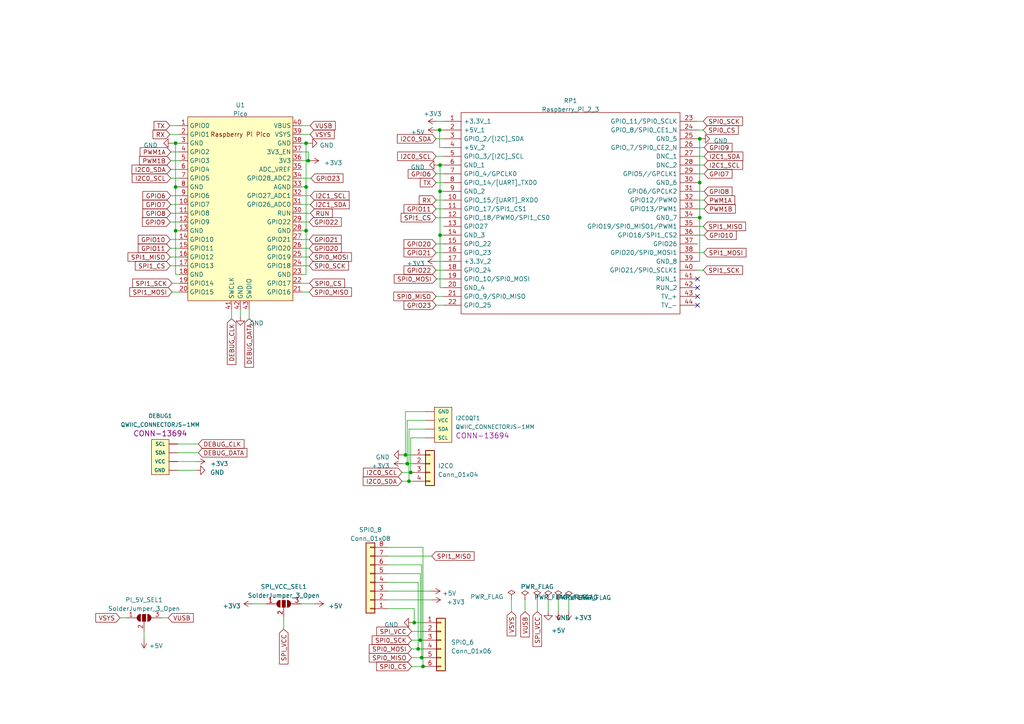
<source format=kicad_sch>
(kicad_sch (version 20230121) (generator eeschema)
  (paper "A4")
  (title_block (title "Chocolate Croissant") (date "2023-04-07") (rev "v0.1") (company "Robotika") (comment 1 "Jan Lindblom"))
  (lib_symbols
    (symbol "Connector_Generic:Conn_01x04" (pin_names (offset 1.016) hide)
      (property "Reference" "J" (at 0 5.08 0))
      (property "Value" "Conn_01x04" (at 0 -7.62 0))
      (symbol "Conn_01x04_1_1"
        (rectangle (start -1.27 -4.953) (end 0 -5.207) (stroke (width 0.1524)))
        (rectangle (start -1.27 -2.413) (end 0 -2.667) (stroke (width 0.1524)))
        (rectangle (start -1.27 0.127) (end 0 -0.127) (stroke (width 0.1524)))
        (rectangle (start -1.27 2.667) (end 0 2.413) (stroke (width 0.1524)))
        (rectangle (start -1.27 3.81) (end 1.27 -6.35) (stroke (width 0.254)) (fill (type background)))
        (pin passive line (at -5.08 2.54 0) (length 3.81) (name "Pin_1") (number "1"))
        (pin passive line (at -5.08 0 0) (length 3.81) (name "Pin_2") (number "2"))
        (pin passive line (at -5.08 -2.54 0) (length 3.81) (name "Pin_3") (number "3"))
        (pin passive line (at -5.08 -5.08 0) (length 3.81) (name "Pin_4") (number "4"))
      )
    )
    (symbol "Connector_Generic:Conn_01x06" (pin_names (offset 1.016) hide)
      (property "Reference" "J" (at 0 7.62 0))
      (property "Value" "Conn_01x06" (at 0 -10.16 0))
      (symbol "Conn_01x06_1_1"
        (rectangle (start -1.27 -7.493) (end 0 -7.747) (stroke (width 0.1524)))
        (rectangle (start -1.27 -4.953) (end 0 -5.207) (stroke (width 0.1524)))
        (rectangle (start -1.27 -2.413) (end 0 -2.667) (stroke (width 0.1524)))
        (rectangle (start -1.27 0.127) (end 0 -0.127) (stroke (width 0.1524)))
        (rectangle (start -1.27 2.667) (end 0 2.413) (stroke (width 0.1524)))
        (rectangle (start -1.27 5.207) (end 0 4.953) (stroke (width 0.1524)))
        (rectangle (start -1.27 6.35) (end 1.27 -8.89) (stroke (width 0.254)) (fill (type background)))
        (pin passive line (at -5.08 5.08 0) (length 3.81) (name "Pin_1") (number "1"))
        (pin passive line (at -5.08 2.54 0) (length 3.81) (name "Pin_2") (number "2"))
        (pin passive line (at -5.08 0 0) (length 3.81) (name "Pin_3") (number "3"))
        (pin passive line (at -5.08 -2.54 0) (length 3.81) (name "Pin_4") (number "4"))
        (pin passive line (at -5.08 -5.08 0) (length 3.81) (name "Pin_5") (number "5"))
        (pin passive line (at -5.08 -7.62 0) (length 3.81) (name "Pin_6") (number "6"))
      )
    )
    (symbol "Connector_Generic:Conn_01x08" (pin_names (offset 1.016) hide)
      (property "Reference" "J" (at 0 10.16 0))
      (property "Value" "Conn_01x08" (at 0 -12.7 0))
      (symbol "Conn_01x08_1_1"
        (rectangle (start -1.27 -10.033) (end 0 -10.287) (stroke (width 0.1524)))
        (rectangle (start -1.27 -7.493) (end 0 -7.747) (stroke (width 0.1524)))
        (rectangle (start -1.27 -4.953) (end 0 -5.207) (stroke (width 0.1524)))
        (rectangle (start -1.27 -2.413) (end 0 -2.667) (stroke (width 0.1524)))
        (rectangle (start -1.27 0.127) (end 0 -0.127) (stroke (width 0.1524)))
        (rectangle (start -1.27 2.667) (end 0 2.413) (stroke (width 0.1524)))
        (rectangle (start -1.27 5.207) (end 0 4.953) (stroke (width 0.1524)))
        (rectangle (start -1.27 7.747) (end 0 7.493) (stroke (width 0.1524)))
        (rectangle (start -1.27 8.89) (end 1.27 -11.43) (stroke (width 0.254)) (fill (type background)))
        (pin passive line (at -5.08 7.62 0) (length 3.81) (name "Pin_1") (number "1"))
        (pin passive line (at -5.08 5.08 0) (length 3.81) (name "Pin_2") (number "2"))
        (pin passive line (at -5.08 2.54 0) (length 3.81) (name "Pin_3") (number "3"))
        (pin passive line (at -5.08 0 0) (length 3.81) (name "Pin_4") (number "4"))
        (pin passive line (at -5.08 -2.54 0) (length 3.81) (name "Pin_5") (number "5"))
        (pin passive line (at -5.08 -5.08 0) (length 3.81) (name "Pin_6") (number "6"))
        (pin passive line (at -5.08 -7.62 0) (length 3.81) (name "Pin_7") (number "7"))
        (pin passive line (at -5.08 -10.16 0) (length 3.81) (name "Pin_8") (number "8"))
      )
    )
    (symbol "Jumper:SolderJumper_3_Open" (pin_names (offset 0) hide)
      (property "Reference" "JP" (at -2.54 -2.54 0))
      (property "Value" "SolderJumper_3_Open" (at 0 2.794 0))
      (symbol "SolderJumper_3_Open_0_1"
        (arc (start -1.016 1.016) (mid -2.0276 0) (end -1.016 -1.016))
        (arc (start -1.016 1.016) (mid -2.0276 0) (end -1.016 -1.016) (fill (type outline)))
        (rectangle (start -0.508 1.016) (end 0.508 -1.016) (fill (type outline)))
        (polyline (pts (xy -2.54 0) (xy -2.032 0)))
        (polyline (pts (xy -1.016 1.016) (xy -1.016 -1.016)))
        (polyline (pts (xy 0 -1.27) (xy 0 -1.016)))
        (polyline (pts (xy 1.016 1.016) (xy 1.016 -1.016)))
        (polyline (pts (xy 2.54 0) (xy 2.032 0)))
        (arc (start 1.016 -1.016) (mid 2.0276 0) (end 1.016 1.016))
        (arc (start 1.016 -1.016) (mid 2.0276 0) (end 1.016 1.016) (fill (type outline)))
      )
      (symbol "SolderJumper_3_Open_1_1"
        (pin passive line (at -5.08 0 0) (length 2.54) (name "A") (number "1"))
        (pin passive line (at 0 -3.81 90) (length 2.54) (name "C") (number "2"))
        (pin passive line (at 5.08 0 180) (length 2.54) (name "B") (number "3"))
      )
    )
    (symbol "SparkFun-Connectors:QWIIC_CONNECTORJS-1MM" (pin_numbers hide) (pin_names (offset 1.016))
      (property "Reference" "J" (at -5.08 10.16 0))
      (property "Value" "QWIIC_CONNECTORJS-1MM" (at -5.08 -3.81 0))
      (property "Field4" "CONN-13694" (at 0 13.97 0))
      (symbol "QWIIC_CONNECTORJS-1MM_1_0"
        (rectangle (start 0 -1.27) (end -5.08 8.89) (fill (type background)))
      )
      (symbol "QWIIC_CONNECTORJS-1MM_1_1"
        (pin power_in line (at 2.54 0 180) (length 2.54) (name "GND") (number "1"))
        (pin power_in line (at 2.54 2.54 180) (length 2.54) (name "VCC") (number "2"))
        (pin passive line (at 2.54 5.08 180) (length 2.54) (name "SDA") (number "3"))
        (pin passive line (at 2.54 7.62 180) (length 2.54) (name "SCL") (number "4"))
      )
    )
    (symbol "chocolate_croissant:Pico"
      (property "Reference" "U1" (at 0 31.369 0))
      (property "Value" "Pico" (at 0 28.829 0))
      (symbol "Pico_0_0"
        (text "Raspberry Pi Pico" (at 0 21.59 0) (effects (font (size 1.27 1.27))))
      )
      (symbol "Pico_0_1"
        (rectangle (start -15.24 26.67) (end 15.24 -26.67) (fill (type background)))
      )
      (symbol "Pico_1_1"
        (pin bidirectional line (at -17.78 24.13 0) (length 2.54) (name "GPIO0") (number "1"))
        (pin bidirectional line (at -17.78 1.27 0) (length 2.54) (name "GPIO7") (number "10"))
        (pin bidirectional line (at -17.78 -1.27 0) (length 2.54) (name "GPIO8") (number "11"))
        (pin bidirectional line (at -17.78 -3.81 0) (length 2.54) (name "GPIO9") (number "12"))
        (pin power_in line (at -17.78 -6.35 0) (length 2.54) (name "GND") (number "13"))
        (pin bidirectional line (at -17.78 -8.89 0) (length 2.54) (name "GPIO10") (number "14"))
        (pin bidirectional line (at -17.78 -11.43 0) (length 2.54) (name "GPIO11") (number "15"))
        (pin bidirectional line (at -17.78 -13.97 0) (length 2.54) (name "GPIO12") (number "16"))
        (pin bidirectional line (at -17.78 -16.51 0) (length 2.54) (name "GPIO13") (number "17"))
        (pin power_in line (at -17.78 -19.05 0) (length 2.54) (name "GND") (number "18"))
        (pin bidirectional line (at -17.78 -21.59 0) (length 2.54) (name "GPIO14") (number "19"))
        (pin bidirectional line (at -17.78 21.59 0) (length 2.54) (name "GPIO1") (number "2"))
        (pin bidirectional line (at -17.78 -24.13 0) (length 2.54) (name "GPIO15") (number "20"))
        (pin bidirectional line (at 17.78 -24.13 180) (length 2.54) (name "GPIO16") (number "21"))
        (pin bidirectional line (at 17.78 -21.59 180) (length 2.54) (name "GPIO17") (number "22"))
        (pin power_in line (at 17.78 -19.05 180) (length 2.54) (name "GND") (number "23"))
        (pin bidirectional line (at 17.78 -16.51 180) (length 2.54) (name "GPIO18") (number "24"))
        (pin bidirectional line (at 17.78 -13.97 180) (length 2.54) (name "GPIO19") (number "25"))
        (pin bidirectional line (at 17.78 -11.43 180) (length 2.54) (name "GPIO20") (number "26"))
        (pin bidirectional line (at 17.78 -8.89 180) (length 2.54) (name "GPIO21") (number "27"))
        (pin power_in line (at 17.78 -6.35 180) (length 2.54) (name "GND") (number "28"))
        (pin bidirectional line (at 17.78 -3.81 180) (length 2.54) (name "GPIO22") (number "29"))
        (pin power_in line (at -17.78 19.05 0) (length 2.54) (name "GND") (number "3"))
        (pin input line (at 17.78 -1.27 180) (length 2.54) (name "RUN") (number "30"))
        (pin bidirectional line (at 17.78 1.27 180) (length 2.54) (name "GPIO26_ADC0") (number "31"))
        (pin bidirectional line (at 17.78 3.81 180) (length 2.54) (name "GPIO27_ADC1") (number "32"))
        (pin power_in line (at 17.78 6.35 180) (length 2.54) (name "AGND") (number "33"))
        (pin bidirectional line (at 17.78 8.89 180) (length 2.54) (name "GPIO28_ADC2") (number "34"))
        (pin power_in line (at 17.78 11.43 180) (length 2.54) (name "ADC_VREF") (number "35"))
        (pin power_in line (at 17.78 13.97 180) (length 2.54) (name "3V3") (number "36"))
        (pin input line (at 17.78 16.51 180) (length 2.54) (name "3V3_EN") (number "37"))
        (pin bidirectional line (at 17.78 19.05 180) (length 2.54) (name "GND") (number "38"))
        (pin power_in line (at 17.78 21.59 180) (length 2.54) (name "VSYS") (number "39"))
        (pin bidirectional line (at -17.78 16.51 0) (length 2.54) (name "GPIO2") (number "4"))
        (pin power_in line (at 17.78 24.13 180) (length 2.54) (name "VBUS") (number "40"))
        (pin input line (at -2.54 -29.21 90) (length 2.54) (name "SWCLK") (number "41"))
        (pin power_in line (at 0 -29.21 90) (length 2.54) (name "GND") (number "42"))
        (pin bidirectional line (at 2.54 -29.21 90) (length 2.54) (name "SWDIO") (number "43"))
        (pin bidirectional line (at -17.78 13.97 0) (length 2.54) (name "GPIO3") (number "5"))
        (pin bidirectional line (at -17.78 11.43 0) (length 2.54) (name "GPIO4") (number "6"))
        (pin bidirectional line (at -17.78 8.89 0) (length 2.54) (name "GPIO5") (number "7"))
        (pin power_in line (at -17.78 6.35 0) (length 2.54) (name "GND") (number "8"))
        (pin bidirectional line (at -17.78 3.81 0) (length 2.54) (name "GPIO6") (number "9"))
      )
    )
    (symbol "chocolate_croissant:Raspberry_Pi_2_3" (pin_names (offset 0.762))
      (property "Reference" "RP1" (at 36.83 7.239 0))
      (property "Value" "Raspberry_Pi_2_3" (at 36.83 4.699 0))
      (symbol "Raspberry_Pi_2_3_0_0"
        (pin bidirectional line (at 0 0 0) (length 5.08) (name "+3.3V_1") (number "1"))
        (pin bidirectional line (at 0 -22.86 0) (length 5.08) (name "GPIO_15/[UART]_RXD0") (number "10"))
        (pin bidirectional line (at 0 -25.4 0) (length 5.08) (name "GPIO_17/SPI1_CS1") (number "11"))
        (pin bidirectional line (at 0 -27.94 0) (length 5.08) (name "GPIO_18/PWM0/SPI1_CS0") (number "12"))
        (pin bidirectional line (at 0 -30.48 0) (length 5.08) (name "GPIO27") (number "13"))
        (pin bidirectional line (at 0 -33.02 0) (length 5.08) (name "GND_3") (number "14"))
        (pin bidirectional line (at 0 -35.56 0) (length 5.08) (name "GPIO_22") (number "15"))
        (pin bidirectional line (at 0 -38.1 0) (length 5.08) (name "GPIO_23") (number "16"))
        (pin bidirectional line (at 0 -40.64 0) (length 5.08) (name "+3.3V_2") (number "17"))
        (pin bidirectional line (at 0 -43.18 0) (length 5.08) (name "GPIO_24") (number "18"))
        (pin bidirectional line (at 0 -45.72 0) (length 5.08) (name "GPIO_10/SPI0_MOSI") (number "19"))
        (pin bidirectional line (at 0 -2.54 0) (length 5.08) (name "+5V_1") (number "2"))
        (pin bidirectional line (at 0 -48.26 0) (length 5.08) (name "GND_4") (number "20"))
        (pin bidirectional line (at 0 -50.8 0) (length 5.08) (name "GPIO_9/SPI0_MISO") (number "21"))
        (pin bidirectional line (at 0 -53.34 0) (length 5.08) (name "GPIO_25") (number "22"))
        (pin bidirectional line (at 73.66 0 180) (length 5.08) (name "GPIO_11/SPI0_SCLK") (number "23"))
        (pin bidirectional line (at 73.66 -2.54 180) (length 5.08) (name "GPIO_8/SPI0_CE1_N") (number "24"))
        (pin bidirectional line (at 73.66 -5.08 180) (length 5.08) (name "GND_5") (number "25"))
        (pin bidirectional line (at 73.66 -7.62 180) (length 5.08) (name "GPIO_7/SPI0_CE2_N") (number "26"))
        (pin bidirectional line (at 73.66 -10.16 180) (length 5.08) (name "DNC_1") (number "27"))
        (pin bidirectional line (at 73.66 -12.7 180) (length 5.08) (name "DNC_2") (number "28"))
        (pin bidirectional line (at 73.66 -15.24 180) (length 5.08) (name "GPIO5//GPCLK1") (number "29"))
        (pin bidirectional line (at 0 -5.08 0) (length 5.08) (name "GPIO_2/[I2C]_SDA") (number "3"))
        (pin bidirectional line (at 73.66 -17.78 180) (length 5.08) (name "GND_6") (number "30"))
        (pin bidirectional line (at 73.66 -20.32 180) (length 5.08) (name "GPIO6/GPCLK2") (number "31"))
        (pin bidirectional line (at 73.66 -22.86 180) (length 5.08) (name "GPIO12/PWM0") (number "32"))
        (pin bidirectional line (at 73.66 -25.4 180) (length 5.08) (name "GPIO13/PWM1") (number "33"))
        (pin bidirectional line (at 73.66 -27.94 180) (length 5.08) (name "GND_7") (number "34"))
        (pin bidirectional line (at 73.66 -30.48 180) (length 5.08) (name "GPIO19/SPI0_MISO1/PWM1") (number "35"))
        (pin bidirectional line (at 73.66 -33.02 180) (length 5.08) (name "GPIO16/SPI1_CS2") (number "36"))
        (pin bidirectional line (at 73.66 -35.56 180) (length 5.08) (name "GPIO26") (number "37"))
        (pin bidirectional line (at 73.66 -38.1 180) (length 5.08) (name "GPIO20/SPI0_MOSI1") (number "38"))
        (pin bidirectional line (at 73.66 -40.64 180) (length 5.08) (name "GND_8") (number "39"))
        (pin bidirectional line (at 0 -7.62 0) (length 5.08) (name "+5V_2") (number "4"))
        (pin bidirectional line (at 73.66 -43.18 180) (length 5.08) (name "GPIO21/SPI0_SCLK1") (number "40"))
        (pin bidirectional line (at 73.66 -45.72 180) (length 5.08) (name "RUN_1") (number "41"))
        (pin bidirectional line (at 73.66 -48.26 180) (length 5.08) (name "RUN_2") (number "42"))
        (pin bidirectional line (at 73.66 -50.8 180) (length 5.08) (name "TV_+") (number "43"))
        (pin bidirectional line (at 73.66 -53.34 180) (length 5.08) (name "TV_-") (number "44"))
        (pin bidirectional line (at 0 -10.16 0) (length 5.08) (name "GPIO_3/[I2C]_SCL") (number "5"))
        (pin bidirectional line (at 0 -12.7 0) (length 5.08) (name "GND_1") (number "6"))
        (pin bidirectional line (at 0 -15.24 0) (length 5.08) (name "GPIO_4/GPCLK0") (number "7"))
        (pin bidirectional line (at 0 -17.78 0) (length 5.08) (name "GPIO_14/[UART]_TXD0") (number "8"))
        (pin bidirectional line (at 0 -20.32 0) (length 5.08) (name "GND_2") (number "9"))
      )
      (symbol "Raspberry_Pi_2_3_0_1"
        (polyline (pts (xy 5.08 2.54) (xy 68.58 2.54) (xy 68.58 -55.88) (xy 5.08 -55.88) (xy 5.08 2.54)) (stroke (width 0.1524)))
      )
    )
    (symbol "power:+3V3" (power) (pin_names (offset 0))
      (property "Value" "+3V3" (at 0 3.556 0))
      (symbol "+3V3_0_1"
        (polyline (pts (xy -0.762 1.27) (xy 0 2.54)))
        (polyline (pts (xy 0 0) (xy 0 2.54)))
        (polyline (pts (xy 0 2.54) (xy 0.762 1.27)))
      )
      (symbol "+3V3_1_1"
        (pin power_in line (at 0 0 90) (length 0) hide (name "+3V3") (number "1"))
      )
    )
    (symbol "power:+5V" (power) (pin_names (offset 0))
      (property "Value" "+5V" (at 0 3.556 0))
      (symbol "+5V_0_1"
        (polyline (pts (xy -0.762 1.27) (xy 0 2.54)))
        (polyline (pts (xy 0 0) (xy 0 2.54)))
        (polyline (pts (xy 0 2.54) (xy 0.762 1.27)))
      )
      (symbol "+5V_1_1"
        (pin power_in line (at 0 0 90) (length 0) hide (name "+5V") (number "1"))
      )
    )
    (symbol "power:GND" (power) (pin_names (offset 0))
      (property "Value" "GND" (at 0 -3.81 0))
      (symbol "GND_0_1"
        (polyline (pts (xy 0 0) (xy 0 -1.27) (xy 1.27 -1.27) (xy 0 -2.54) (xy -1.27 -1.27) (xy 0 -1.27)))
      )
      (symbol "GND_1_1"
        (pin power_in line (at 0 0 270) (length 0) hide (name "GND") (number "1"))
      )
    )
    (symbol "power:PWR_FLAG" (power) (pin_numbers hide) (pin_names (offset 0) hide)
      (property "Value" "PWR_FLAG" (at 0 3.81 0))
      (symbol "PWR_FLAG_0_0"
        (pin power_out line (at 0 0 90) (length 0) (name "pwr") (number "1"))
      )
      (symbol "PWR_FLAG_0_1"
        (polyline (pts (xy 0 0) (xy 0 1.27) (xy -1.016 1.905) (xy 0 2.54) (xy 1.016 1.905) (xy 0 1.27)))
      )
    )
  )
  (junction (at 50.927 54.229))
  (junction (at 122.301 190.754))
  (junction (at 88.773 54.229))
  (junction (at 118.618 139.573))
  (junction (at 202.946 52.959))
  (junction (at 202.946 63.119))
  (junction (at 127.635 68.199))
  (junction (at 88.773 66.929))
  (junction (at 121.285 188.214))
  (junction (at 127.508 37.719))
  (junction (at 127.635 47.879))
  (junction (at 117.602 131.953))
  (junction (at 121.92 185.674))
  (junction (at 89.408 46.609))
  (junction (at 50.927 66.929))
  (junction (at 122.682 193.294))
  (junction (at 118.11 134.493))
  (junction (at 119.126 137.033))
  (junction (at 88.773 41.529))
  (junction (at 127.635 55.499))
  (junction (at 202.946 40.259))
  (junction (at 50.927 41.529))
  (junction (at 120.142 180.594))
  (no_connect (at 202.311 80.899))
  (no_connect (at 202.311 83.439))
  (no_connect (at 202.311 88.519))
  (no_connect (at 202.311 85.979))
  (wire (pts (xy 121.92 166.37) (xy 121.92 185.674)))
  (wire (pts (xy 202.311 52.959) (xy 202.946 52.959)))
  (wire (pts (xy 112.522 161.29) (xy 125.222 161.29)))
  (wire (pts (xy 123.444 127) (xy 119.126 127)))
  (wire (pts (xy 123.444 124.46) (xy 118.618 124.46)))
  (wire (pts (xy 49.53 61.849) (xy 51.943 61.849)))
  (wire (pts (xy 72.263 89.789) (xy 72.263 92.456)))
  (wire (pts (xy 123.444 119.38) (xy 117.602 119.38)))
  (wire (pts (xy 87.503 54.229) (xy 88.773 54.229)))
  (wire (pts (xy 87.503 38.989) (xy 89.916 38.989)))
  (wire (pts (xy 126.492 78.359) (xy 128.651 78.359)))
  (wire (pts (xy 202.311 78.359) (xy 203.962 78.359)))
  (wire (pts (xy 202.311 68.199) (xy 204.216 68.199)))
  (wire (pts (xy 112.522 168.91) (xy 121.285 168.91)))
  (wire (pts (xy 118.11 134.493) (xy 119.634 134.493)))
  (wire (pts (xy 87.503 36.449) (xy 89.916 36.449)))
  (wire (pts (xy 126.492 70.739) (xy 128.651 70.739)))
  (wire (pts (xy 82.296 178.943) (xy 82.296 182.499)))
  (wire (pts (xy 49.276 36.449) (xy 51.943 36.449)))
  (wire (pts (xy 126.746 35.179) (xy 128.651 35.179)))
  (wire (pts (xy 126.492 45.339) (xy 128.651 45.339)))
  (wire (pts (xy 202.311 65.659) (xy 203.962 65.659)))
  (wire (pts (xy 126.492 58.039) (xy 128.651 58.039)))
  (wire (pts (xy 49.911 84.709) (xy 51.943 84.709)))
  (wire (pts (xy 49.53 46.609) (xy 51.943 46.609)))
  (wire (pts (xy 126.619 75.819) (xy 128.651 75.819)))
  (wire (pts (xy 119.38 183.134) (xy 122.809 183.134)))
  (wire (pts (xy 87.503 79.629) (xy 88.773 79.629)))
  (wire (pts (xy 202.311 47.879) (xy 204.216 47.879)))
  (wire (pts (xy 202.946 52.959) (xy 202.946 40.259)))
  (wire (pts (xy 51.562 136.398) (xy 56.896 136.398)))
  (wire (pts (xy 122.301 190.754) (xy 122.809 190.754)))
  (wire (pts (xy 87.503 56.769) (xy 90.043 56.769)))
  (wire (pts (xy 121.285 168.91) (xy 121.285 188.214)))
  (wire (pts (xy 119.126 127) (xy 119.126 137.033)))
  (wire (pts (xy 116.586 137.033) (xy 119.126 137.033)))
  (wire (pts (xy 112.522 166.37) (xy 121.92 166.37)))
  (wire (pts (xy 126.492 60.579) (xy 128.651 60.579)))
  (wire (pts (xy 49.403 69.469) (xy 51.943 69.469)))
  (wire (pts (xy 89.408 46.609) (xy 89.916 46.609)))
  (wire (pts (xy 112.522 176.53) (xy 120.142 176.53)))
  (wire (pts (xy 51.562 131.318) (xy 57.531 131.318)))
  (wire (pts (xy 50.927 54.229) (xy 50.927 41.529)))
  (wire (pts (xy 202.311 50.419) (xy 204.216 50.419)))
  (wire (pts (xy 122.682 193.294) (xy 122.809 193.294)))
  (wire (pts (xy 122.301 163.83) (xy 122.301 190.754)))
  (wire (pts (xy 87.503 41.529) (xy 88.773 41.529)))
  (wire (pts (xy 49.53 49.149) (xy 51.943 49.149)))
  (wire (pts (xy 202.311 35.179) (xy 203.962 35.179)))
  (wire (pts (xy 87.503 44.069) (xy 89.408 44.069)))
  (wire (pts (xy 202.946 63.119) (xy 202.946 52.959)))
  (wire (pts (xy 116.586 139.573) (xy 118.618 139.573)))
  (wire (pts (xy 87.503 51.689) (xy 90.17 51.689)))
  (wire (pts (xy 49.53 56.769) (xy 51.943 56.769)))
  (wire (pts (xy 112.522 163.83) (xy 122.301 163.83)))
  (wire (pts (xy 87.503 59.309) (xy 90.043 59.309)))
  (wire (pts (xy 112.522 173.99) (xy 125.222 173.99)))
  (wire (pts (xy 87.503 77.089) (xy 89.662 77.089)))
  (wire (pts (xy 119.38 190.754) (xy 122.301 190.754)))
  (wire (pts (xy 119.126 137.033) (xy 119.634 137.033)))
  (wire (pts (xy 126.492 85.979) (xy 128.651 85.979)))
  (wire (pts (xy 127.508 42.799) (xy 127.508 37.719)))
  (wire (pts (xy 88.773 41.529) (xy 88.773 54.229)))
  (wire (pts (xy 120.142 180.594) (xy 122.809 180.594)))
  (wire (pts (xy 122.682 158.75) (xy 122.682 193.294)))
  (wire (pts (xy 87.503 84.709) (xy 89.662 84.709)))
  (wire (pts (xy 128.651 68.199) (xy 127.635 68.199)))
  (wire (pts (xy 127.127 47.879) (xy 127.635 47.879)))
  (wire (pts (xy 126.492 40.259) (xy 128.651 40.259)))
  (wire (pts (xy 127.635 83.439) (xy 127.635 68.199)))
  (wire (pts (xy 126.619 80.899) (xy 128.651 80.899)))
  (wire (pts (xy 119.38 193.294) (xy 122.682 193.294)))
  (wire (pts (xy 117.602 131.953) (xy 119.634 131.953)))
  (wire (pts (xy 126.492 73.279) (xy 128.651 73.279)))
  (wire (pts (xy 51.943 79.629) (xy 50.927 79.629)))
  (wire (pts (xy 128.651 42.799) (xy 127.508 42.799)))
  (wire (pts (xy 121.285 188.214) (xy 122.809 188.214)))
  (wire (pts (xy 126.492 63.119) (xy 128.651 63.119)))
  (wire (pts (xy 87.503 82.169) (xy 89.789 82.169)))
  (wire (pts (xy 202.311 40.259) (xy 202.946 40.259)))
  (wire (pts (xy 118.11 121.92) (xy 118.11 134.493)))
  (wire (pts (xy 127.635 55.499) (xy 127.635 47.879)))
  (wire (pts (xy 116.84 134.493) (xy 118.11 134.493)))
  (wire (pts (xy 118.618 124.46) (xy 118.618 139.573)))
  (wire (pts (xy 50.927 79.629) (xy 50.927 66.929)))
  (wire (pts (xy 69.723 89.789) (xy 69.723 91.821)))
  (wire (pts (xy 87.503 74.549) (xy 89.662 74.549)))
  (wire (pts (xy 202.311 37.719) (xy 203.962 37.719)))
  (wire (pts (xy 202.311 55.499) (xy 204.216 55.499)))
  (wire (pts (xy 202.311 60.579) (xy 204.216 60.579)))
  (wire (pts (xy 87.376 175.133) (xy 91.313 175.133)))
  (wire (pts (xy 126.492 52.959) (xy 128.651 52.959)))
  (wire (pts (xy 202.311 75.819) (xy 202.946 75.819)))
  (wire (pts (xy 121.92 185.674) (xy 122.809 185.674)))
  (wire (pts (xy 88.773 54.229) (xy 88.773 66.929)))
  (wire (pts (xy 202.946 75.819) (xy 202.946 63.119)))
  (wire (pts (xy 87.503 61.849) (xy 90.043 61.849)))
  (wire (pts (xy 67.183 89.789) (xy 67.183 92.456)))
  (wire (pts (xy 87.503 72.009) (xy 89.662 72.009)))
  (wire (pts (xy 118.618 139.573) (xy 119.634 139.573)))
  (wire (pts (xy 119.38 188.214) (xy 121.285 188.214)))
  (wire (pts (xy 202.311 45.339) (xy 204.216 45.339)))
  (wire (pts (xy 127.635 47.879) (xy 128.651 47.879)))
  (wire (pts (xy 128.651 55.499) (xy 127.635 55.499)))
  (wire (pts (xy 155.829 173.863) (xy 155.829 177.419)))
  (wire (pts (xy 202.946 40.259) (xy 203.327 40.259)))
  (wire (pts (xy 202.311 58.039) (xy 204.216 58.039)))
  (wire (pts (xy 34.798 179.197) (xy 36.703 179.197)))
  (wire (pts (xy 51.562 128.778) (xy 57.531 128.778)))
  (wire (pts (xy 87.503 66.929) (xy 88.773 66.929)))
  (wire (pts (xy 116.84 131.953) (xy 117.602 131.953)))
  (wire (pts (xy 164.973 173.99) (xy 164.973 177.292)))
  (wire (pts (xy 50.927 66.929) (xy 50.927 54.229)))
  (wire (pts (xy 51.943 54.229) (xy 50.927 54.229)))
  (wire (pts (xy 49.403 72.009) (xy 51.943 72.009)))
  (wire (pts (xy 49.911 82.169) (xy 51.943 82.169)))
  (wire (pts (xy 119.38 185.674) (xy 121.92 185.674)))
  (wire (pts (xy 127.508 37.719) (xy 128.651 37.719)))
  (wire (pts (xy 50.038 41.529) (xy 50.927 41.529)))
  (wire (pts (xy 50.927 41.529) (xy 51.943 41.529)))
  (wire (pts (xy 159.004 173.863) (xy 159.004 177.292)))
  (wire (pts (xy 126.746 37.719) (xy 127.508 37.719)))
  (wire (pts (xy 202.311 42.799) (xy 204.216 42.799)))
  (wire (pts (xy 41.783 183.007) (xy 41.783 185.42)))
  (wire (pts (xy 49.276 38.989) (xy 51.943 38.989)))
  (wire (pts (xy 119.761 180.594) (xy 120.142 180.594)))
  (wire (pts (xy 49.53 51.689) (xy 51.943 51.689)))
  (wire (pts (xy 128.651 83.439) (xy 127.635 83.439)))
  (wire (pts (xy 49.403 77.089) (xy 51.943 77.089)))
  (wire (pts (xy 87.503 46.609) (xy 89.408 46.609)))
  (wire (pts (xy 49.403 74.549) (xy 51.943 74.549)))
  (wire (pts (xy 49.53 59.309) (xy 51.943 59.309)))
  (wire (pts (xy 148.336 173.736) (xy 148.336 177.419)))
  (wire (pts (xy 202.311 63.119) (xy 202.946 63.119)))
  (wire (pts (xy 73.279 175.133) (xy 77.216 175.133)))
  (wire (pts (xy 87.503 69.469) (xy 89.662 69.469)))
  (wire (pts (xy 117.602 119.38) (xy 117.602 131.953)))
  (wire (pts (xy 49.403 64.389) (xy 51.943 64.389)))
  (wire (pts (xy 112.522 171.45) (xy 125.095 171.45)))
  (wire (pts (xy 152.273 173.863) (xy 152.273 177.419)))
  (wire (pts (xy 49.53 44.069) (xy 51.943 44.069)))
  (wire (pts (xy 202.311 73.279) (xy 204.089 73.279)))
  (wire (pts (xy 89.408 44.069) (xy 89.408 46.609)))
  (wire (pts (xy 126.492 50.419) (xy 128.651 50.419)))
  (wire (pts (xy 126.492 88.519) (xy 128.651 88.519)))
  (wire (pts (xy 127.635 68.199) (xy 127.635 55.499)))
  (wire (pts (xy 88.773 41.529) (xy 89.408 41.529)))
  (wire (pts (xy 112.522 158.75) (xy 122.682 158.75)))
  (wire (pts (xy 87.503 64.389) (xy 89.662 64.389)))
  (wire (pts (xy 123.444 121.92) (xy 118.11 121.92)))
  (wire (pts (xy 51.943 66.929) (xy 50.927 66.929)))
  (wire (pts (xy 120.142 176.53) (xy 120.142 180.594)))
  (wire (pts (xy 161.925 173.863) (xy 161.925 177.292)))
  (wire (pts (xy 51.562 133.858) (xy 56.896 133.858)))
  (wire (pts (xy 88.773 79.629) (xy 88.773 66.929)))
  (wire (pts (xy 46.863 179.197) (xy 48.768 179.197)))
  (global_label "GPIO11" (shape input) (at 126.492 60.579 180) (property "Intersheetrefs" "${INTERSHEET_REFS}" (effects hide)))
  (global_label "RX" (shape input) (at 126.492 58.039 180) (property "Intersheetrefs" "${INTERSHEET_REFS}" (effects hide)))
  (global_label "GPIO7" (shape input) (at 49.53 59.309 180) (property "Intersheetrefs" "${INTERSHEET_REFS}" (effects hide)))
  (global_label "VUSB" (shape input) (at 89.916 36.449 0) (property "Intersheetrefs" "${INTERSHEET_REFS}" (effects hide)))
  (global_label "GPIO22" (shape input) (at 89.662 64.389 0) (property "Intersheetrefs" "${INTERSHEET_REFS}" (effects hide)))
  (global_label "GPIO20" (shape input) (at 89.662 72.009 0) (property "Intersheetrefs" "${INTERSHEET_REFS}" (effects hide)))
  (global_label "GPIO23" (shape input) (at 90.17 51.689 0) (property "Intersheetrefs" "${INTERSHEET_REFS}" (effects hide)))
  (global_label "SPI_VCC" (shape input) (at 155.829 177.419 270) (property "Intersheetrefs" "${INTERSHEET_REFS}" (effects hide)))
  (global_label "SPI1_MOSI" (shape input) (at 204.089 73.279 0) (property "Intersheetrefs" "${INTERSHEET_REFS}" (effects hide)))
  (global_label "GPIO20" (shape input) (at 126.492 70.739 180) (property "Intersheetrefs" "${INTERSHEET_REFS}" (effects hide)))
  (global_label "SPI0_MOSI" (shape input) (at 126.619 80.899 180) (property "Intersheetrefs" "${INTERSHEET_REFS}" (effects hide)))
  (global_label "SPI1_MISO" (shape input) (at 49.403 74.549 180) (property "Intersheetrefs" "${INTERSHEET_REFS}" (effects hide)))
  (global_label "GPIO6" (shape input) (at 49.53 56.769 180) (property "Intersheetrefs" "${INTERSHEET_REFS}" (effects hide)))
  (global_label "SPI0_MISO" (shape input) (at 126.492 85.979 180) (property "Intersheetrefs" "${INTERSHEET_REFS}" (effects hide)))
  (global_label "GPIO9" (shape input) (at 49.403 64.389 180) (property "Intersheetrefs" "${INTERSHEET_REFS}" (effects hide)))
  (global_label "SPI0_MOSI" (shape input) (at 119.38 188.214 180) (property "Intersheetrefs" "${INTERSHEET_REFS}" (effects hide)))
  (global_label "I2C1_SDA" (shape input) (at 90.043 59.309 0) (property "Intersheetrefs" "${INTERSHEET_REFS}" (effects hide)))
  (global_label "I2C0_SCL" (shape input) (at 49.53 51.689 180) (property "Intersheetrefs" "${INTERSHEET_REFS}" (effects hide)))
  (global_label "DEBUG_DATA" (shape input) (at 72.263 92.456 270) (property "Intersheetrefs" "${INTERSHEET_REFS}" (effects hide)))
  (global_label "I2C0_SDA" (shape input) (at 49.53 49.149 180) (property "Intersheetrefs" "${INTERSHEET_REFS}" (effects hide)))
  (global_label "SPI1_CS" (shape input) (at 126.492 63.119 180) (property "Intersheetrefs" "${INTERSHEET_REFS}" (effects hide)))
  (global_label "VSYS" (shape input) (at 89.916 38.989 0) (property "Intersheetrefs" "${INTERSHEET_REFS}" (effects hide)))
  (global_label "PWM1A" (shape input) (at 49.53 44.069 180) (property "Intersheetrefs" "${INTERSHEET_REFS}" (effects hide)))
  (global_label "I2C1_SDA" (shape input) (at 204.216 45.339 0) (property "Intersheetrefs" "${INTERSHEET_REFS}" (effects hide)))
  (global_label "DEBUG_CLK" (shape input) (at 57.531 128.778 0) (property "Intersheetrefs" "${INTERSHEET_REFS}" (effects hide)))
  (global_label "GPIO10" (shape input) (at 49.403 69.469 180) (property "Intersheetrefs" "${INTERSHEET_REFS}" (effects hide)))
  (global_label "SPI0_SCK" (shape input) (at 89.662 77.089 0) (property "Intersheetrefs" "${INTERSHEET_REFS}" (effects hide)))
  (global_label "SPI0_MISO" (shape input) (at 89.662 84.709 0) (property "Intersheetrefs" "${INTERSHEET_REFS}" (effects hide)))
  (global_label "SPI0_MISO" (shape input) (at 119.38 190.754 180) (property "Intersheetrefs" "${INTERSHEET_REFS}" (effects hide)))
  (global_label "GPIO7" (shape input) (at 204.216 50.419 0) (property "Intersheetrefs" "${INTERSHEET_REFS}" (effects hide)))
  (global_label "DEBUG_CLK" (shape input) (at 67.183 92.456 270) (property "Intersheetrefs" "${INTERSHEET_REFS}" (effects hide)))
  (global_label "GPIO11" (shape input) (at 49.403 72.009 180) (property "Intersheetrefs" "${INTERSHEET_REFS}" (effects hide)))
  (global_label "VUSB" (shape input) (at 48.768 179.197 0) (property "Intersheetrefs" "${INTERSHEET_REFS}" (effects hide)))
  (global_label "SPI1_SCK" (shape input) (at 49.911 82.169 180) (property "Intersheetrefs" "${INTERSHEET_REFS}" (effects hide)))
  (global_label "I2C0_SDA" (shape input) (at 116.586 139.573 180) (property "Intersheetrefs" "${INTERSHEET_REFS}" (effects hide)))
  (global_label "GPIO10" (shape input) (at 204.216 68.199 0) (property "Intersheetrefs" "${INTERSHEET_REFS}" (effects hide)))
  (global_label "VSYS" (shape input) (at 34.798 179.197 180) (property "Intersheetrefs" "${INTERSHEET_REFS}" (effects hide)))
  (global_label "GPIO9" (shape input) (at 204.216 42.799 0) (property "Intersheetrefs" "${INTERSHEET_REFS}" (effects hide)))
  (global_label "I2C0_SCL" (shape input) (at 116.586 137.033 180) (property "Intersheetrefs" "${INTERSHEET_REFS}" (effects hide)))
  (global_label "SPI0_CS" (shape input) (at 203.962 37.719 0) (property "Intersheetrefs" "${INTERSHEET_REFS}" (effects hide)))
  (global_label "I2C1_SCL" (shape input) (at 90.043 56.769 0) (property "Intersheetrefs" "${INTERSHEET_REFS}" (effects hide)))
  (global_label "GPIO22" (shape input) (at 126.492 78.359 180) (property "Intersheetrefs" "${INTERSHEET_REFS}" (effects hide)))
  (global_label "PWM1A" (shape input) (at 204.216 58.039 0) (property "Intersheetrefs" "${INTERSHEET_REFS}" (effects hide)))
  (global_label "SPI1_SCK" (shape input) (at 203.962 78.359 0) (property "Intersheetrefs" "${INTERSHEET_REFS}" (effects hide)))
  (global_label "GPIO23" (shape input) (at 126.492 88.519 180) (property "Intersheetrefs" "${INTERSHEET_REFS}" (effects hide)))
  (global_label "RX" (shape input) (at 49.276 38.989 180) (property "Intersheetrefs" "${INTERSHEET_REFS}" (effects hide)))
  (global_label "TX" (shape input) (at 49.276 36.449 180) (property "Intersheetrefs" "${INTERSHEET_REFS}" (effects hide)))
  (global_label "VUSB" (shape input) (at 152.273 177.419 270) (property "Intersheetrefs" "${INTERSHEET_REFS}" (effects hide)))
  (global_label "SPI0_MOSI" (shape input) (at 89.662 74.549 0) (property "Intersheetrefs" "${INTERSHEET_REFS}" (effects hide)))
  (global_label "GPIO8" (shape input) (at 49.53 61.849 180) (property "Intersheetrefs" "${INTERSHEET_REFS}" (effects hide)))
  (global_label "SPI1_MISO" (shape input) (at 203.962 65.659 0) (property "Intersheetrefs" "${INTERSHEET_REFS}" (effects hide)))
  (global_label "SPI_VCC" (shape input) (at 82.296 182.499 270) (property "Intersheetrefs" "${INTERSHEET_REFS}" (effects hide)))
  (global_label "SPI0_CS" (shape input) (at 119.38 193.294 180) (property "Intersheetrefs" "${INTERSHEET_REFS}" (effects hide)))
  (global_label "SPI_VCC" (shape input) (at 119.38 183.134 180) (property "Intersheetrefs" "${INTERSHEET_REFS}" (effects hide)))
  (global_label "TX" (shape input) (at 126.492 52.959 180) (property "Intersheetrefs" "${INTERSHEET_REFS}" (effects hide)))
  (global_label "I2C0_SCL" (shape input) (at 126.492 45.339 180) (property "Intersheetrefs" "${INTERSHEET_REFS}" (effects hide)))
  (global_label "VSYS" (shape input) (at 148.336 177.419 270) (property "Intersheetrefs" "${INTERSHEET_REFS}" (effects hide)))
  (global_label "PWM1B" (shape input) (at 204.216 60.579 0) (property "Intersheetrefs" "${INTERSHEET_REFS}" (effects hide)))
  (global_label "SPI1_CS" (shape input) (at 49.403 77.089 180) (property "Intersheetrefs" "${INTERSHEET_REFS}" (effects hide)))
  (global_label "GPIO8" (shape input) (at 204.216 55.499 0) (property "Intersheetrefs" "${INTERSHEET_REFS}" (effects hide)))
  (global_label "GPIO21" (shape input) (at 126.492 73.279 180) (property "Intersheetrefs" "${INTERSHEET_REFS}" (effects hide)))
  (global_label "SPI0_SCK" (shape input) (at 119.38 185.674 180) (property "Intersheetrefs" "${INTERSHEET_REFS}" (effects hide)))
  (global_label "SPI1_MISO" (shape input) (at 125.222 161.29 0) (property "Intersheetrefs" "${INTERSHEET_REFS}" (effects hide)))
  (global_label "I2C1_SCL" (shape input) (at 204.216 47.879 0) (property "Intersheetrefs" "${INTERSHEET_REFS}" (effects hide)))
  (global_label "GPIO6" (shape input) (at 126.492 50.419 180) (property "Intersheetrefs" "${INTERSHEET_REFS}" (effects hide)))
  (global_label "SPI0_SCK" (shape input) (at 203.962 35.179 0) (property "Intersheetrefs" "${INTERSHEET_REFS}" (effects hide)))
  (global_label "SPI1_MOSI" (shape input) (at 49.911 84.709 180) (property "Intersheetrefs" "${INTERSHEET_REFS}" (effects hide)))
  (global_label "I2C0_SDA" (shape input) (at 126.492 40.259 180) (property "Intersheetrefs" "${INTERSHEET_REFS}" (effects hide)))
  (global_label "GPIO21" (shape input) (at 89.662 69.469 0) (property "Intersheetrefs" "${INTERSHEET_REFS}" (effects hide)))
  (global_label "SPI0_CS" (shape input) (at 89.789 82.169 0) (property "Intersheetrefs" "${INTERSHEET_REFS}" (effects hide)))
  (global_label "DEBUG_DATA" (shape input) (at 57.531 131.318 0) (property "Intersheetrefs" "${INTERSHEET_REFS}" (effects hide)))
  (global_label "PWM1B" (shape input) (at 49.53 46.609 180) (property "Intersheetrefs" "${INTERSHEET_REFS}" (effects hide)))
  (global_label "RUN" (shape input) (at 90.043 61.849 0) (property "Intersheetrefs" "${INTERSHEET_REFS}" (effects hide)))
  (symbol (lib_id "power:GND") (at 50.038 41.529 270) (unit 1)
    (property "Reference" "#PWR0117" (effects hide))
    (property "Value" "GND" (at 45.72 42.164 90) (effects (justify right)))
  )
  (symbol (lib_id "power:PWR_FLAG") (at 152.273 173.863 0) (unit 1)
    (property "Reference" "#FLG0105" (effects hide))
    (property "Value" "PWR_FLAG" (at 154.94 173.228 0) (effects (justify left)))
  )
  (symbol (lib_id "Connector_Generic:Conn_01x06") (at 127.889 185.674 0) (unit 1)
    (property "Reference" "SPI0_6" (at 130.81 186.309 0) (effects (justify left)))
    (property "Value" "Conn_01x06" (at 130.81 188.849 0) (effects (justify left)))
    (property "Footprint" "Connector_PinHeader_2.54mm:PinHeader_1x06_P2.54mm_Vertical" (effects hide))
  )
  (symbol (lib_id "power:+5V") (at 125.095 171.45 270) (unit 1)
    (property "Reference" "#PWR0119" (effects hide))
    (property "Value" "+5V" (at 128.27 172.085 90) (effects (justify left)))
  )
  (symbol (lib_id "power:GND") (at 69.723 91.821 0) (unit 1)
    (property "Reference" "#PWR0107" (effects hide))
    (property "Value" "GND" (at 72.39 93.726 0) (effects (justify left)))
  )
  (symbol (lib_id "power:+3V3") (at 126.746 35.179 90) (unit 1)
    (property "Reference" "#PWR0114" (effects hide))
    (property "Value" "+3V3" (at 125.476 33.02 90))
  )
  (symbol (lib_id "chocolate_croissant:Pico") (at 69.723 60.579 0) (unit 1)
    (property "Reference" "U1" (at 69.723 30.48 0))
    (property "Value" "Pico" (at 69.723 33.02 0))
    (property "Footprint" "chocolate_croissant:RPi_Pico_SMD_TH" (effects hide))
  )
  (symbol (lib_id "power:PWR_FLAG") (at 161.925 173.863 0) (unit 1)
    (property "Reference" "#FLG0102" (effects hide))
    (property "Value" "PWR_FLAG" (at 163.83 173.228 0) (effects (justify left)))
  )
  (symbol (lib_id "power:PWR_FLAG") (at 164.973 173.99 0) (unit 1)
    (property "Reference" "#FLG0103" (effects hide))
    (property "Value" "PWR_FLAG" (at 167.64 173.355 0) (effects (justify left)))
  )
  (symbol (lib_id "power:+3V3") (at 73.279 175.133 90) (unit 1)
    (property "Reference" "#PWR0112" (effects hide))
    (property "Value" "+3V3" (at 69.85 175.768 90) (effects (justify left)))
  )
  (symbol (lib_id "SparkFun-Connectors:QWIIC_CONNECTORJS-1MM") (at 49.022 136.398 0) (unit 1)
    (property "Reference" "DEBUG1" (at 46.482 120.65 0) (effects (font (size 1.143 1.143))))
    (property "Value" "QWIIC_CONNECTORJS-1MM" (at 46.482 123.19 0) (effects (font (size 1.143 1.143))))
    (property "Footprint" "Connector_JST:JST_SH_SM04B-SRSS-TB_1x04-1MP_P1.00mm_Horizontal" (effects hide))
    (property "Field4" "CONN-13694" (at 46.482 125.73 0) (effects (font (size 1.524 1.524))))
  )
  (symbol (lib_id "power:GND") (at 56.896 136.398 90) (unit 1)
    (property "Reference" "#PWR0122" (effects hide))
    (property "Value" "GND" (at 60.96 137.033 90) (effects (justify right)))
  )
  (symbol (lib_id "power:+3V3") (at 89.916 46.609 270) (unit 1)
    (property "Reference" "#PWR0101" (effects hide))
    (property "Value" "+3V3" (at 93.98 47.244 90) (effects (justify left)))
  )
  (symbol (lib_id "power:+5V") (at 41.783 185.42 180) (unit 1)
    (property "Reference" "#PWR0103" (effects hide))
    (property "Value" "+5V" (at 43.18 187.325 0) (effects (justify right)))
  )
  (symbol (lib_id "power:GND") (at 127.127 47.879 270) (unit 1)
    (property "Reference" "#PWR0104" (effects hide))
    (property "Value" "GND" (at 123.19 48.514 90) (effects (justify right)))
  )
  (symbol (lib_id "chocolate_croissant:Raspberry_Pi_2_3") (at 128.651 35.179 0) (unit 1)
    (property "Reference" "RP1" (at 165.481 29.21 0))
    (property "Value" "Raspberry_Pi_2_3" (at 165.481 31.75 0))
    (property "Footprint" "chocolate_croissant:raspberrypi_2_3" (effects hide))
    (property "Datasheet" "https://cdn.sparkfun.com/assets/learn_tutorials/6/7/6/PiZero_1.pdf" (effects hide))
    (property "Description" "Raspberry Pi Zero 2 or 3 Single-board Computers" (effects hide))
    (property "Manufacturer_Name" "RASPBERRY-PI" (effects hide))
    (property "Manufacturer_Part_Number" "Raspberry Pi 2 or 3" (effects hide))
  )
  (symbol (lib_id "power:PWR_FLAG") (at 155.829 173.863 0) (unit 1)
    (property "Reference" "#FLG0106" (effects hide))
    (property "Value" "PWR_FLAG" (at 155.829 170.18 0))
  )
  (symbol (lib_id "power:GND") (at 116.84 131.953 270) (unit 1)
    (property "Reference" "#PWR0108" (effects hide))
    (property "Value" "GND" (at 113.03 132.588 90) (effects (justify right)))
  )
  (symbol (lib_id "power:+5V") (at 126.746 37.719 90) (unit 1)
    (property "Reference" "#PWR0102" (effects hide))
    (property "Value" "+5V" (at 123.19 38.354 90) (effects (justify left)))
  )
  (symbol (lib_id "Connector_Generic:Conn_01x08") (at 107.442 168.91 180) (unit 1)
    (property "Reference" "SPI0_8" (at 107.442 153.67 0))
    (property "Value" "Conn_01x08" (at 107.442 156.21 0))
    (property "Footprint" "Connector_PinHeader_2.54mm:PinHeader_1x08_P2.54mm_Vertical" (effects hide))
  )
  (symbol (lib_id "power:GND") (at 119.761 180.594 270) (unit 1)
    (property "Reference" "#PWR0116" (effects hide))
    (property "Value" "GND" (at 115.57 181.229 90) (effects (justify right)))
  )
  (symbol (lib_id "power:PWR_FLAG") (at 159.004 173.863 0) (unit 1)
    (property "Reference" "#FLG0101" (effects hide))
    (property "Value" "PWR_FLAG" (at 161.29 173.228 0) (effects (justify left)))
  )
  (symbol (lib_id "power:+5V") (at 91.313 175.133 270) (unit 1)
    (property "Reference" "#PWR0118" (effects hide))
    (property "Value" "+5V" (at 95.25 175.768 90) (effects (justify left)))
  )
  (symbol (lib_id "power:GND") (at 159.004 177.292 0) (unit 1)
    (property "Reference" "#PWR0105" (effects hide))
    (property "Value" "GND" (at 161.29 179.197 0) (effects (justify left)))
  )
  (symbol (lib_id "power:GND") (at 203.327 40.259 90) (unit 1)
    (property "Reference" "#PWR0115" (effects hide))
    (property "Value" "GND" (at 207.01 40.894 90) (effects (justify right)))
  )
  (symbol (lib_id "power:+3V3") (at 116.84 134.493 90) (unit 1)
    (property "Reference" "#PWR0109" (effects hide))
    (property "Value" "+3V3" (at 113.03 135.128 90) (effects (justify left)))
  )
  (symbol (lib_id "Jumper:SolderJumper_3_Open") (at 41.783 179.197 0) (unit 1)
    (property "Reference" "PI_5V_SEL1" (at 41.783 173.99 0))
    (property "Value" "SolderJumper_3_Open" (at 41.783 176.53 0))
    (property "Footprint" "Jumper:SolderJumper-3_P1.3mm_Open_RoundedPad1.0x1.5mm_NumberLabels" (effects hide))
  )
  (symbol (lib_id "power:+5V") (at 161.925 177.292 180) (unit 1)
    (property "Reference" "#PWR0110" (effects hide))
    (property "Value" "+5V" (at 161.925 182.88 0))
  )
  (symbol (lib_id "Jumper:SolderJumper_3_Open") (at 82.296 175.133 0) (unit 1)
    (property "Reference" "SPI_VCC_SEL1" (at 82.296 170.18 0))
    (property "Value" "SolderJumper_3_Open" (at 82.296 172.72 0))
    (property "Footprint" "Jumper:SolderJumper-3_P1.3mm_Open_RoundedPad1.0x1.5mm_NumberLabels" (effects hide))
  )
  (symbol (lib_id "power:+3V3") (at 164.973 177.292 180) (unit 1)
    (property "Reference" "#PWR0111" (effects hide))
    (property "Value" "+3V3" (at 166.37 179.197 0) (effects (justify right)))
  )
  (symbol (lib_id "Connector_Generic:Conn_01x04") (at 124.714 134.493 0) (unit 1)
    (property "Reference" "I2C0" (at 127 135.128 0) (effects (justify left)))
    (property "Value" "Conn_01x04" (at 127 137.668 0) (effects (justify left)))
    (property "Footprint" "Connector_PinHeader_2.54mm:PinHeader_1x04_P2.54mm_Vertical" (effects hide))
  )
  (symbol (lib_id "power:+3V3") (at 125.222 173.99 270) (unit 1)
    (property "Reference" "#PWR0120" (effects hide))
    (property "Value" "+3V3" (at 129.54 174.625 90) (effects (justify left)))
  )
  (symbol (lib_id "power:+3V3") (at 126.619 75.819 90) (unit 1)
    (property "Reference" "#PWR0113" (effects hide))
    (property "Value" "+3V3" (at 123.19 76.454 90) (effects (justify left)))
  )
  (symbol (lib_id "power:PWR_FLAG") (at 148.336 173.736 0) (unit 1)
    (property "Reference" "#FLG0104" (effects hide))
    (property "Value" "PWR_FLAG" (at 146.05 173.101 0) (effects (justify right)))
  )
  (symbol (lib_id "power:+3V3") (at 56.896 133.858 270) (unit 1)
    (property "Reference" "#PWR0121" (effects hide))
    (property "Value" "+3V3" (at 60.96 134.493 90) (effects (justify left)))
  )
  (symbol (lib_id "SparkFun-Connectors:QWIIC_CONNECTORJS-1MM") (at 125.984 119.38 180) (unit 1)
    (property "Reference" "I2C0QT1" (at 132.08 121.285 0) (effects (font (size 1.143 1.143)) (justify right)))
    (property "Value" "QWIIC_CONNECTORJS-1MM" (at 132.08 123.825 0) (effects (font (size 1.143 1.143)) (justify right)))
    (property "Footprint" "Connector_JST:JST_SH_SM04B-SRSS-TB_1x04-1MP_P1.00mm_Horizontal" (effects hide))
    (property "Field4" "CONN-13694" (at 132.08 126.365 0) (effects (font (size 1.524 1.524)) (justify right)))
  )
  (symbol (lib_id "power:GND") (at 89.408 41.529 90) (unit 1)
    (property "Reference" "#PWR0106" (effects hide))
    (property "Value" "GND" (at 92.71 42.164 90) (effects (justify right)))
  )
)
</source>
